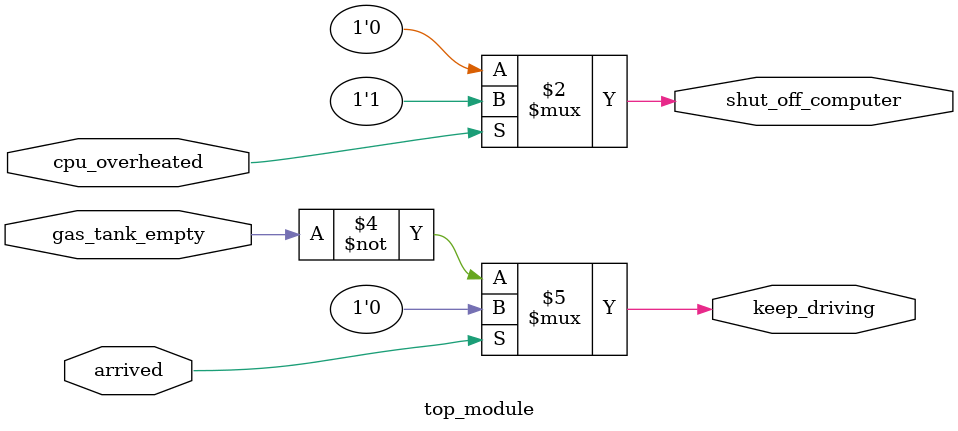
<source format=v>
module top_module (input cpu_overheated,
                   output reg shut_off_computer,
                   input arrived,
                   input gas_tank_empty,
                   output reg keep_driving);     //
    
    always @(*) begin
        shut_off_computer = cpu_overheated ? 1'b1 : 1'b0;
        keep_driving      = (~arrived) ? ~gas_tank_empty : 1'b0;
    end
    
endmodule

</source>
